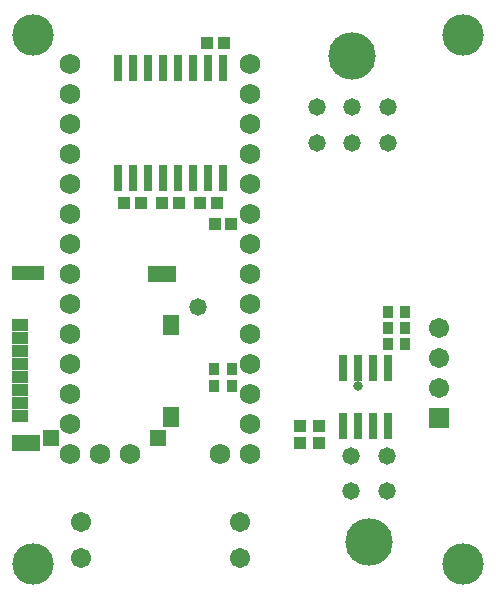
<source format=gbs>
G04*
G04 #@! TF.GenerationSoftware,Altium Limited,CircuitStudio,1.5.2 (30)*
G04*
G04 Layer_Color=8150272*
%FSLAX25Y25*%
%MOIN*%
G70*
G01*
G75*
%ADD38R,0.03123X0.08871*%
%ADD40R,0.03950X0.04343*%
%ADD41R,0.04343X0.03950*%
%ADD42C,0.13800*%
%ADD43R,0.06706X0.06706*%
%ADD44C,0.06706*%
%ADD45C,0.06800*%
%ADD46C,0.05800*%
%ADD47C,0.15800*%
%ADD48C,0.03300*%
%ADD49R,0.05682X0.03950*%
%ADD50R,0.10642X0.04540*%
%ADD51R,0.09461X0.05328*%
%ADD52R,0.05721X0.05367*%
%ADD53R,0.05524X0.05367*%
%ADD54R,0.05328X0.06706*%
%ADD55R,0.03123X0.08556*%
%ADD56R,0.03556X0.04343*%
D38*
X302003Y369827D02*
D03*
X297003D02*
D03*
X292003D02*
D03*
X287003D02*
D03*
X282003D02*
D03*
X277003D02*
D03*
X272003D02*
D03*
X267003D02*
D03*
Y333173D02*
D03*
X272003D02*
D03*
X277003D02*
D03*
X282003D02*
D03*
X287003D02*
D03*
X292003D02*
D03*
X297003D02*
D03*
X302003D02*
D03*
D40*
X302259Y377900D02*
D03*
X296747D02*
D03*
X299959Y324800D02*
D03*
X294447D02*
D03*
X304806Y317545D02*
D03*
X299294D02*
D03*
X281747Y324800D02*
D03*
X287259D02*
D03*
X274559Y324800D02*
D03*
X269047D02*
D03*
D41*
X327550Y250300D02*
D03*
Y244789D02*
D03*
X334150Y250300D02*
D03*
Y244789D02*
D03*
D42*
X238650Y380644D02*
D03*
X382050D02*
D03*
X238650Y204344D02*
D03*
X382050D02*
D03*
D43*
X373850Y253145D02*
D03*
D44*
Y263144D02*
D03*
Y273145D02*
D03*
Y283144D02*
D03*
X307496Y206260D02*
D03*
X254504D02*
D03*
X307496Y218229D02*
D03*
X254504D02*
D03*
D45*
X251000Y351000D02*
D03*
Y281000D02*
D03*
Y291000D02*
D03*
X301000Y241000D02*
D03*
X271000D02*
D03*
X261000D02*
D03*
X311000D02*
D03*
Y371000D02*
D03*
Y361000D02*
D03*
Y351000D02*
D03*
Y331000D02*
D03*
Y341000D02*
D03*
Y311000D02*
D03*
Y321000D02*
D03*
Y271000D02*
D03*
Y281000D02*
D03*
Y251000D02*
D03*
Y261000D02*
D03*
X251000D02*
D03*
Y251000D02*
D03*
Y271000D02*
D03*
Y301000D02*
D03*
Y321000D02*
D03*
Y311000D02*
D03*
Y341000D02*
D03*
Y331000D02*
D03*
Y361000D02*
D03*
Y371000D02*
D03*
Y241000D02*
D03*
X311000Y301000D02*
D03*
Y291000D02*
D03*
D46*
X333210Y344744D02*
D03*
X345030D02*
D03*
X356850D02*
D03*
Y356544D02*
D03*
X345030D02*
D03*
X333210D02*
D03*
X356570Y228644D02*
D03*
X344750D02*
D03*
Y240444D02*
D03*
X356570D02*
D03*
X293650Y289945D02*
D03*
D47*
X345030Y373545D02*
D03*
X350650Y211645D02*
D03*
D48*
X346900Y263600D02*
D03*
D49*
X234430Y284162D02*
D03*
Y279831D02*
D03*
Y275500D02*
D03*
Y271170D02*
D03*
Y266839D02*
D03*
Y262508D02*
D03*
Y258177D02*
D03*
Y253847D02*
D03*
D50*
X236911Y301268D02*
D03*
D51*
X236320Y244615D02*
D03*
X281517Y300874D02*
D03*
D52*
X244785Y246209D02*
D03*
D53*
X280218D02*
D03*
D54*
X284647Y283926D02*
D03*
Y253296D02*
D03*
D55*
X341850Y250300D02*
D03*
X346850D02*
D03*
X351850D02*
D03*
X356850D02*
D03*
Y269789D02*
D03*
X351850D02*
D03*
X346850D02*
D03*
X341850D02*
D03*
D56*
X356844Y288345D02*
D03*
X362750D02*
D03*
X356844Y283045D02*
D03*
X362750D02*
D03*
X356844Y277745D02*
D03*
X362750D02*
D03*
X298944Y263600D02*
D03*
X304850D02*
D03*
X298944Y269200D02*
D03*
X304850D02*
D03*
M02*

</source>
